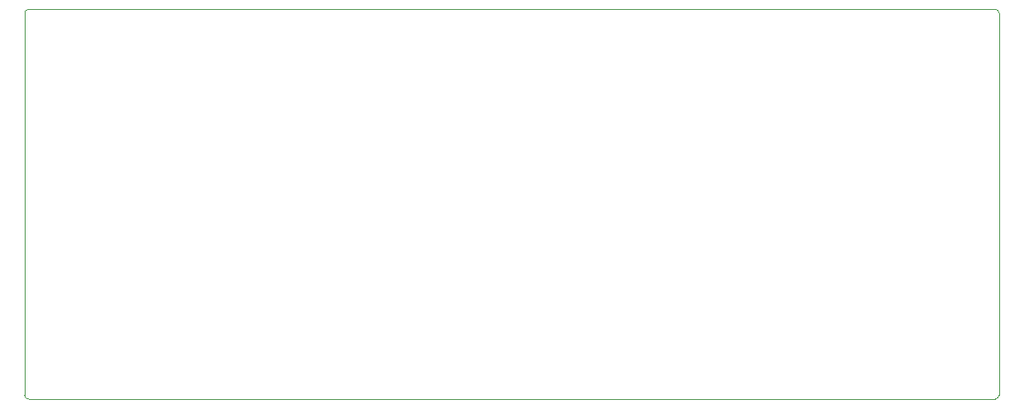
<source format=gbr>
G04 #@! TF.GenerationSoftware,KiCad,Pcbnew,5.1.6*
G04 #@! TF.CreationDate,2020-10-25T14:47:58-05:00*
G04 #@! TF.ProjectId,ddr-ps2-controller,6464722d-7073-4322-9d63-6f6e74726f6c,A*
G04 #@! TF.SameCoordinates,Original*
G04 #@! TF.FileFunction,Profile,NP*
%FSLAX46Y46*%
G04 Gerber Fmt 4.6, Leading zero omitted, Abs format (unit mm)*
G04 Created by KiCad (PCBNEW 5.1.6) date 2020-10-25 14:47:58*
%MOMM*%
%LPD*%
G01*
G04 APERTURE LIST*
G04 #@! TA.AperFunction,Profile*
%ADD10C,0.050000*%
G04 #@! TD*
G04 APERTURE END LIST*
D10*
X199600000Y-80000000D02*
G75*
G02*
X200000000Y-80400000I0J-400000D01*
G01*
X200000000Y-119600000D02*
G75*
G02*
X199600000Y-120000000I-400000J0D01*
G01*
X100400000Y-120000000D02*
G75*
G02*
X100000000Y-119600000I0J400000D01*
G01*
X100000000Y-80400000D02*
G75*
G02*
X100400000Y-80000000I400000J0D01*
G01*
X100000000Y-119600000D02*
X100000000Y-80400000D01*
X199600000Y-120000000D02*
X100400000Y-120000000D01*
X200000000Y-80400000D02*
X200000000Y-119600000D01*
X100400000Y-80000000D02*
X199600000Y-80000000D01*
M02*

</source>
